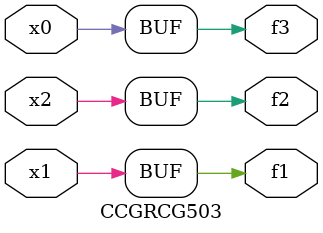
<source format=v>
module CCGRCG503(
	input x0, x1, x2,
	output f1, f2, f3
);
	assign f1 = x1;
	assign f2 = x2;
	assign f3 = x0;
endmodule

</source>
